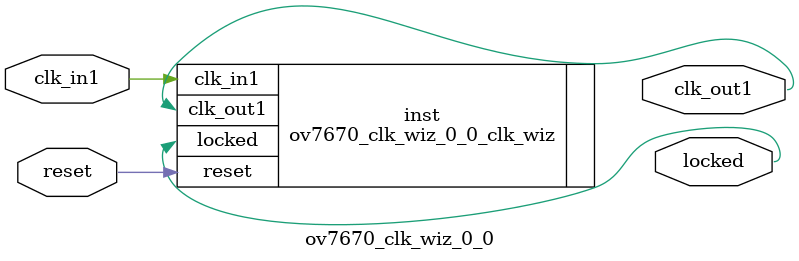
<source format=v>


`timescale 1ps/1ps

(* CORE_GENERATION_INFO = "ov7670_clk_wiz_0_0,clk_wiz_v6_0_13_0_0,{component_name=ov7670_clk_wiz_0_0,use_phase_alignment=true,use_min_o_jitter=false,use_max_i_jitter=false,use_dyn_phase_shift=false,use_inclk_switchover=false,use_dyn_reconfig=false,enable_axi=0,feedback_source=FDBK_AUTO,PRIMITIVE=MMCM,num_out_clk=1,clkin1_period=10.000,clkin2_period=10.000,use_power_down=false,use_reset=true,use_locked=true,use_inclk_stopped=false,feedback_type=SINGLE,CLOCK_MGR_TYPE=NA,manual_override=false}" *)

module ov7670_clk_wiz_0_0 
 (
  // Clock out ports
  output        clk_out1,
  // Status and control signals
  input         reset,
  output        locked,
 // Clock in ports
  input         clk_in1
 );

  ov7670_clk_wiz_0_0_clk_wiz inst
  (
  // Clock out ports  
  .clk_out1(clk_out1),
  // Status and control signals               
  .reset(reset), 
  .locked(locked),
 // Clock in ports
  .clk_in1(clk_in1)
  );

endmodule

</source>
